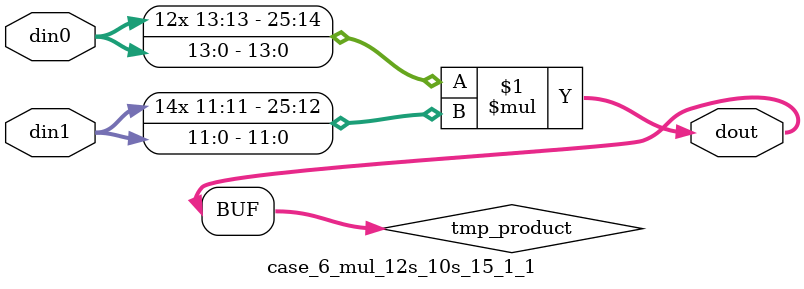
<source format=v>

`timescale 1 ns / 1 ps

 module case_6_mul_12s_10s_15_1_1(din0, din1, dout);
parameter ID = 1;
parameter NUM_STAGE = 0;
parameter din0_WIDTH = 14;
parameter din1_WIDTH = 12;
parameter dout_WIDTH = 26;

input [din0_WIDTH - 1 : 0] din0; 
input [din1_WIDTH - 1 : 0] din1; 
output [dout_WIDTH - 1 : 0] dout;

wire signed [dout_WIDTH - 1 : 0] tmp_product;



























assign tmp_product = $signed(din0) * $signed(din1);








assign dout = tmp_product;





















endmodule

</source>
